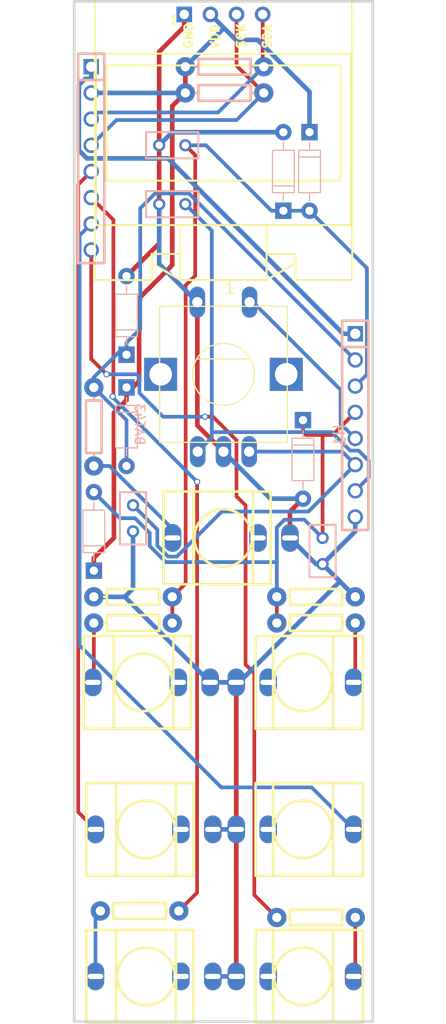
<source format=kicad_pcb>
(kicad_pcb (version 20171130) (host pcbnew "(5.1.5)-3") (page "A4") (layers (0 "F.Cu" signal) (31 "B.Cu" signal) (32 "B.Adhes" user) (33 "F.Adhes" user) (34 "B.Paste" user) (35 "F.Paste" user) (36 "B.SilkS" user) (37 "F.SilkS" user) (38 "B.Mask" user) (39 "F.Mask" user) (40 "Dwgs.User" user) (41 "Cmts.User" user) (42 "Eco1.User" user) (43 "Eco2.User" user) (44 "Edge.Cuts" user) (45 "Margin" user) (46 "B.CrtYd" user) (47 "F.CrtYd" user) (48 "B.Fab" user hide) (49 "F.Fab" user hide)) (net 0 "") (net 1 "5V") (net 2 "ARD_3") (net 3 "ENC_1") (net 4 "ENC_2") (net 5 "ENC_SW") (net 6 "GND") (net 7 "IN_1") (net 8 "IN_2") (net 9 "IN_3") (net 10 "J1_3") (net 11 "J5_3") (net 12 "J6_3") (net 13 "O1_CON") (net 14 "O2_CON") (net 15 "O3_CON") (net 16 "O4_CON") (net 17 "R14_2") (net 18 "R18_2") (net 19 "SCL") (net 20 "SDA") (segment (start 31.527 136.429) (end 29.845 134.747) (width 0.45) (layer "B.Cu") (net 6)) (segment (start 33.02 137.922) (end 31.527 136.429) (width 0.45) (layer "B.Cu") (net 6)) (segment (start 31.527 136.429) (end 21.738 146.219) (width 0.45) (layer "B.Cu") (net 6)) (segment (start 21.738 146.219) (end 21.46 146.219) (width 0.45) (layer "B.Cu") (net 6)) (segment (start 10.629 137.922) (end 7.62 137.922) (width 0.45) (layer "B.Cu") (net 6)) (segment (start 18.926 146.219) (end 10.629 137.922) (width 0.45) (layer "B.Cu") (net 6)) (segment (start 11.43 131.572) (end 11.43 137.121) (width 0.45) (layer "B.Cu") (net 6)) (segment (start 11.43 137.121) (end 10.629 137.922) (width 0.45) (layer "B.Cu") (net 6)) (segment (start 26.035 92.837) (end 15.24 92.837) (width 0.45) (layer "B.Cu") (net 6)) (segment (start 15.24 92.837) (end 13.97 94.107) (width 0.45) (layer "B.Cu") (net 6)) (segment (start 33.02 130.175) (end 33.02 131.572) (width 0.45) (layer "B.Cu") (net 6)) (segment (start 33.02 131.572) (end 29.845 134.747) (width 0.45) (layer "B.Cu") (net 6)) (segment (start 20.215 123.832) (end 24.78 128.397) (width 0.45) (layer "B.Cu") (net 6)) (segment (start 24.78 128.397) (end 27.94 128.397) (width 0.45) (layer "B.Cu") (net 6)) (segment (start 17.675 109.332) (end 13.97 105.627) (width 0.45) (layer "B.Cu") (net 6)) (segment (start 13.97 105.627) (end 13.97 99.822) (width 0.45) (layer "B.Cu") (net 6)) (segment (start 21.46 146.219) (end 21.46 146.219) (width 0.45) (layer "B.Cu") (net 6)) (segment (start 21.46 146.219) (end 18.926 146.219) (width 0.45) (layer "B.Cu") (net 6)) (segment (start 26.673 132.207) (end 29.213 134.747) (width 0.45) (layer "B.Cu") (net 6)) (segment (start 29.213 134.747) (end 29.845 134.747) (width 0.45) (layer "B.Cu") (net 6)) (segment (start 19.18 174.752) (end 21.46 174.752) (width 0.45) (layer "B.Cu") (net 6)) (segment (start 21.46 174.752) (end 21.46 174.752) (width 0.45) (layer "B.Cu") (net 6)) (segment (start 21.46 160.485) (end 19.18 160.485) (width 0.45) (layer "B.Cu") (net 6)) (segment (start 19.18 160.485) (end 19.18 160.486) (width 0.45) (layer "B.Cu") (net 6)) (segment (start 20.268 82.729) (end 18.945 81.407) (width 0.45) (layer "B.Cu") (net 2)) (segment (start 28.575 92.837) (end 28.575 88.916) (width 0.45) (layer "B.Cu") (net 2)) (segment (start 28.575 88.916) (end 23.533 83.874) (width 0.45) (layer "B.Cu") (net 2)) (segment (start 23.533 83.874) (end 21.412 83.874) (width 0.45) (layer "B.Cu") (net 2)) (segment (start 21.412 83.874) (end 20.268 82.729) (width 0.45) (layer "B.Cu") (net 2)) (segment (start 16.51 86.487) (end 20.268 82.729) (width 0.45) (layer "B.Cu") (net 2)) (segment (start 7.366 89.027) (end 16.51 89.027) (width 0.45) (layer "B.Cu") (net 2)) (segment (start 7.366 94.107) (end 9.817 91.656) (width 0.36) (layer "B.Cu") (net 19)) (segment (start 9.817 91.656) (end 21.501 91.656) (width 0.36) (layer "B.Cu") (net 19)) (segment (start 21.501 91.656) (end 24.13 89.027) (width 0.36) (layer "B.Cu") (net 19)) (segment (start 7.366 91.567) (end 8.011 90.922) (width 0.36) (layer "B.Cu") (net 20)) (segment (start 8.011 90.922) (end 19.695 90.922) (width 0.36) (layer "B.Cu") (net 20)) (segment (start 19.695 90.922) (end 24.13 86.487) (width 0.36) (layer "B.Cu") (net 20)) (segment (start 10.795 113.846) (end 10.39 113.846) (width 0.36) (layer "B.Cu") (net 7)) (segment (start 10.39 113.846) (end 7.62 116.615) (width 0.36) (layer "B.Cu") (net 7)) (segment (start 7.62 116.615) (end 7.62 117.602) (width 0.36) (layer "B.Cu") (net 7)) (segment (start 10.795 125.222) (end 10.795 120.777) (width 0.36) (layer "B.Cu") (net 7)) (segment (start 10.795 120.777) (end 7.62 117.602) (width 0.36) (layer "B.Cu") (net 7)) (segment (start 10.795 113.846) (end 10.795 113.265) (width 0.36) (layer "B.Cu") (net 7)) (segment (start 10.795 114.427) (end 10.795 113.846) (width 0.36) (layer "B.Cu") (net 7)) (segment (start 33.02 114.935) (end 16.868 98.783) (width 0.36) (layer "B.Cu") (net 7)) (segment (start 16.868 98.783) (end 13.57 98.783) (width 0.36) (layer "B.Cu") (net 7)) (segment (start 13.57 98.783) (end 12.127 100.226) (width 0.36) (layer "B.Cu") (net 7)) (segment (start 12.127 100.226) (end 12.127 111.933) (width 0.36) (layer "B.Cu") (net 7)) (segment (start 12.127 111.933) (end 10.795 113.265) (width 0.36) (layer "B.Cu") (net 7)) (segment (start 7.78 174.752) (end 7.78 168.877) (width 0.36) (layer "B.Cu") (net 12)) (segment (start 7.78 168.877) (end 8.255 168.402) (width 0.36) (layer "B.Cu") (net 12)) (segment (start 18.414 120.449) (end 14.353 120.449) (width 0.36) (layer "B.Cu") (net 16)) (segment (start 14.353 120.449) (end 12.051 118.147) (width 0.36) (layer "B.Cu") (net 16)) (segment (start 12.051 118.147) (end 12.051 116.555) (width 0.36) (layer "B.Cu") (net 16)) (segment (start 12.051 116.555) (end 11.824 116.327) (width 0.36) (layer "B.Cu") (net 16)) (segment (start 11.824 116.327) (end 8.852 116.327) (width 0.36) (layer "B.Cu") (net 16)) (segment (start 7.366 101.727) (end 6.238 102.855) (width 0.36) (layer "B.Cu") (net 15)) (segment (start 6.238 102.855) (end 6.238 142.646) (width 0.36) (layer "B.Cu") (net 15)) (segment (start 6.238 142.646) (end 20.002 156.41) (width 0.36) (layer "B.Cu") (net 15)) (segment (start 20.002 156.41) (end 28.784 156.41) (width 0.36) (layer "B.Cu") (net 15)) (segment (start 28.784 156.41) (end 32.86 160.485) (width 0.36) (layer "B.Cu") (net 15)) (segment (start 22.755 109.332) (end 23.089 109.332) (width 0.36) (layer "B.Cu") (net 5)) (segment (start 23.089 109.332) (end 31.593 117.835) (width 0.36) (layer "B.Cu") (net 5)) (segment (start 31.593 117.835) (end 31.593 121.128) (width 0.36) (layer "B.Cu") (net 5)) (segment (start 31.593 121.128) (end 33.02 122.555) (width 0.36) (layer "B.Cu") (net 5)) (segment (start 33.02 112.395) (end 31.844 112.395) (width 0.45) (layer "B.Cu") (net 1)) (segment (start 7.366 86.487) (end 7.366 87.663) (width 0.45) (layer "B.Cu") (net 1)) (segment (start 7.366 87.663) (end 6.778 87.663) (width 0.45) (layer "B.Cu") (net 1)) (segment (start 6.778 87.663) (end 6.166 88.275) (width 0.45) (layer "B.Cu") (net 1)) (segment (start 6.166 88.275) (end 6.166 94.606) (width 0.45) (layer "B.Cu") (net 1)) (segment (start 6.166 94.606) (end 6.937 95.377) (width 0.45) (layer "B.Cu") (net 1)) (segment (start 6.937 95.377) (end 14.826 95.377) (width 0.45) (layer "B.Cu") (net 1)) (segment (start 14.826 95.377) (end 31.844 112.395) (width 0.45) (layer "B.Cu") (net 1)) (segment (start 26.035 100.457) (end 24.873 100.457) (width 0.36) (layer "B.Cu") (net 8)) (segment (start 24.873 100.457) (end 18.523 94.107) (width 0.36) (layer "B.Cu") (net 8)) (segment (start 18.523 94.107) (end 16.51 94.107) (width 0.36) (layer "B.Cu") (net 8)) (segment (start 26.035 100.457) (end 28.575 100.457) (width 0.36) (layer "B.Cu") (net 8)) (segment (start 33.02 117.475) (end 34.151 116.344) (width 0.36) (layer "B.Cu") (net 8)) (segment (start 34.151 116.344) (end 34.151 106.033) (width 0.36) (layer "B.Cu") (net 8)) (segment (start 34.151 106.033) (end 28.575 100.457) (width 0.36) (layer "B.Cu") (net 8)) (segment (start 19.081 121.94) (end 30.732 121.94) (width 0.36) (layer "B.Cu") (net 4)) (segment (start 30.732 121.94) (end 32.524 123.731) (width 0.36) (layer "B.Cu") (net 4)) (segment (start 32.524 123.731) (end 33.343 123.731) (width 0.36) (layer "B.Cu") (net 4)) (segment (start 33.343 123.731) (end 34.327 124.715) (width 0.36) (layer "B.Cu") (net 4)) (segment (start 34.327 124.715) (end 34.327 126.328) (width 0.36) (layer "B.Cu") (net 4)) (segment (start 34.327 126.328) (end 33.02 127.635) (width 0.36) (layer "B.Cu") (net 4)) (segment (start 17.715 123.832) (end 19.081 122.466) (width 0.36) (layer "B.Cu") (net 4)) (segment (start 19.081 122.466) (end 19.081 121.94) (width 0.36) (layer "B.Cu") (net 4)) (segment (start 19.081 121.94) (end 19.081 102.393) (width 0.36) (layer "B.Cu") (net 4)) (segment (start 19.081 102.393) (end 16.51 99.822) (width 0.36) (layer "B.Cu") (net 4)) (segment (start 11.43 129.032) (end 13.786 131.388) (width 0.36) (layer "B.Cu") (net 3)) (segment (start 13.786 131.388) (end 13.786 132.957) (width 0.36) (layer "B.Cu") (net 3)) (segment (start 13.786 132.957) (end 14.84 134.01) (width 0.36) (layer "B.Cu") (net 3)) (segment (start 14.84 134.01) (end 15.689 134.01) (width 0.36) (layer "B.Cu") (net 3)) (segment (start 15.689 134.01) (end 20.052 129.647) (width 0.36) (layer "B.Cu") (net 3)) (segment (start 20.052 129.647) (end 28.468 129.647) (width 0.36) (layer "B.Cu") (net 3)) (segment (start 28.468 129.647) (end 33.02 125.095) (width 0.36) (layer "B.Cu") (net 3)) (segment (start 22.715 123.832) (end 31.757 123.832) (width 0.36) (layer "B.Cu") (net 3)) (segment (start 31.757 123.832) (end 33.02 125.095) (width 0.36) (layer "B.Cu") (net 3)) (segment (start 25.4 134.553) (end 25.4 131.178) (width 0.36) (layer "B.Cu") (net 9)) (segment (start 25.4 131.178) (end 26.14 130.437) (width 0.36) (layer "B.Cu") (net 9)) (segment (start 26.14 130.437) (end 28.075 130.437) (width 0.36) (layer "B.Cu") (net 9)) (segment (start 28.075 130.437) (end 29.845 132.207) (width 0.36) (layer "B.Cu") (net 9)) (segment (start 25.4 137.922) (end 25.4 134.553) (width 0.36) (layer "B.Cu") (net 9)) (segment (start 7.62 127.762) (end 10.151 130.293) (width 0.36) (layer "B.Cu") (net 9)) (segment (start 10.151 130.293) (end 11.618 130.293) (width 0.36) (layer "B.Cu") (net 9)) (segment (start 11.618 130.293) (end 13.052 131.726) (width 0.36) (layer "B.Cu") (net 9)) (segment (start 13.052 131.726) (end 13.052 132.99) (width 0.36) (layer "B.Cu") (net 9)) (segment (start 13.052 132.99) (end 14.615 134.553) (width 0.36) (layer "B.Cu") (net 9)) (segment (start 14.615 134.553) (end 25.4 134.553) (width 0.36) (layer "B.Cu") (net 9)) (segment (start 17.653 126.762) (end 9.443 118.552) (width 0.36) (layer "B.Cu") (net 14)) (segment (start 9.443 118.552) (end 9.443 118.479) (width 0.36) (layer "B.Cu") (net 14)) (segment (start 15.273 132.207) (end 15.273 131.344) (width 0.36) (layer "B.Cu") (net 18)) (segment (start 15.273 131.344) (end 9.151 125.222) (width 0.36) (layer "B.Cu") (net 18)) (segment (start 9.151 125.222) (end 7.62 125.222) (width 0.36) (layer "B.Cu") (net 18)) (gr_text "BAT43" (at 12.065 123.317 -90) (layer "B.SilkS") (effects (font (size 0.9 0.9) (thickness 0.152)) (justify left mirror))) (gr_line (start 5.715 80.137) (end 34.715 80.137) (width 0.254) (layer "Edge.Cuts")) (gr_line (start 34.715 80.137) (end 34.715 179.137) (width 0.254) (layer "Edge.Cuts")) (gr_line (start 34.715 179.137) (end 5.715 179.137) (width 0.254) (layer "Edge.Cuts")) (gr_line (start 5.715 179.137) (end 5.715 80.137) (width 0.254) (layer "Edge.Cuts")) (segment (start 17.675 109.332) (end 17.675 121.292) (width 0.45) (layer "F.Cu") (net 6)) (segment (start 17.675 121.292) (end 20.215 123.832) (width 0.45) (layer "F.Cu") (net 6)) (segment (start 16.405 81.407) (end 16.405 82.594) (width 0.45) (layer "F.Cu") (net 6)) (segment (start 13.97 94.107) (end 13.97 85.03) (width 0.45) (layer "F.Cu") (net 6)) (segment (start 13.97 85.03) (end 16.405 82.594) (width 0.45) (layer "F.Cu") (net 6)) (segment (start 13.97 99.822) (end 13.97 94.107) (width 0.45) (layer "F.Cu") (net 6)) (segment (start 27.94 128.397) (end 26.673 129.664) (width 0.45) (layer "F.Cu") (net 6)) (segment (start 26.673 129.664) (end 26.673 132.207) (width 0.45) (layer "F.Cu") (net 6)) (segment (start 10.795 106.807) (end 13.97 103.632) (width 0.45) (layer "F.Cu") (net 6)) (segment (start 13.97 103.632) (end 13.97 99.822) (width 0.45) (layer "F.Cu") (net 6)) (segment (start 21.46 160.485) (end 21.46 174.752) (width 0.45) (layer "F.Cu") (net 6)) (segment (start 21.46 146.219) (end 21.46 160.485) (width 0.45) (layer "F.Cu") (net 6)) (segment (start 16.51 89.027) (end 16.51 86.487) (width 0.45) (layer "F.Cu") (net 2)) (segment (start 10.795 118.215) (end 12.021 116.989) (width 0.45) (layer "F.Cu") (net 2)) (segment (start 12.021 116.989) (end 12.021 108.953) (width 0.45) (layer "F.Cu") (net 2)) (segment (start 12.021 108.953) (end 15.24 105.734) (width 0.45) (layer "F.Cu") (net 2)) (segment (start 15.24 105.734) (end 15.24 90.297) (width 0.45) (layer "F.Cu") (net 2)) (segment (start 15.24 90.297) (end 16.51 89.027) (width 0.45) (layer "F.Cu") (net 2)) (segment (start 10.795 118.215) (end 10.795 118.828) (width 0.45) (layer "F.Cu") (net 2)) (segment (start 10.795 117.602) (end 10.795 118.215) (width 0.45) (layer "F.Cu") (net 2)) (segment (start 7.62 135.382) (end 7.62 134.156) (width 0.45) (layer "F.Cu") (net 2)) (segment (start 10.795 118.828) (end 9.569 120.053) (width 0.45) (layer "F.Cu") (net 2)) (segment (start 9.569 120.053) (end 9.569 132.207) (width 0.45) (layer "F.Cu") (net 2)) (segment (start 9.569 132.207) (end 7.62 134.156) (width 0.45) (layer "F.Cu") (net 2)) (segment (start 24.13 89.027) (end 21.485 86.382) (width 0.36) (layer "F.Cu") (net 19)) (segment (start 21.485 86.382) (end 21.485 81.407) (width 0.36) (layer "F.Cu") (net 19)) (segment (start 24.13 86.487) (end 24.025 86.382) (width 0.36) (layer "F.Cu") (net 20)) (segment (start 24.025 86.382) (end 24.025 81.407) (width 0.36) (layer "F.Cu") (net 20)) (segment (start 8.852 116.327) (end 7.366 114.842) (width 0.36) (layer "F.Cu") (net 16)) (segment (start 7.366 114.842) (end 7.366 104.267) (width 0.36) (layer "F.Cu") (net 16)) (segment (start 25.4 169.037) (end 23.212 166.849) (width 0.36) (layer "F.Cu") (net 16)) (segment (start 23.212 166.849) (end 23.212 145.339) (width 0.36) (layer "F.Cu") (net 16)) (segment (start 23.212 145.339) (end 22.361 144.488) (width 0.36) (layer "F.Cu") (net 16)) (segment (start 22.361 144.488) (end 22.361 129.047) (width 0.36) (layer "F.Cu") (net 16)) (segment (start 22.361 129.047) (end 21.478 128.165) (width 0.36) (layer "F.Cu") (net 16)) (segment (start 21.478 128.165) (end 21.478 122.728) (width 0.36) (layer "F.Cu") (net 16)) (segment (start 21.478 122.728) (end 19.199 120.449) (width 0.36) (layer "F.Cu") (net 16)) (segment (start 19.199 120.449) (end 18.414 120.449) (width 0.36) (layer "F.Cu") (net 16)) (segment (start 15.24 137.922) (end 16.54 136.622) (width 0.36) (layer "F.Cu") (net 8)) (segment (start 16.54 136.622) (end 16.54 107.696) (width 0.36) (layer "F.Cu") (net 8)) (segment (start 16.54 107.696) (end 17.469 106.767) (width 0.36) (layer "F.Cu") (net 8)) (segment (start 17.469 106.767) (end 17.469 95.066) (width 0.36) (layer "F.Cu") (net 8)) (segment (start 17.469 95.066) (end 16.51 94.107) (width 0.36) (layer "F.Cu") (net 8)) (segment (start 15.24 140.462) (end 15.24 137.922) (width 0.36) (layer "F.Cu") (net 8)) (segment (start 29.845 122.211) (end 30.824 122.211) (width 0.36) (layer "F.Cu") (net 9)) (segment (start 30.824 122.211) (end 33.02 120.015) (width 0.36) (layer "F.Cu") (net 9)) (segment (start 27.94 121.939) (end 28.212 122.211) (width 0.36) (layer "F.Cu") (net 9)) (segment (start 28.212 122.211) (end 29.845 122.211) (width 0.36) (layer "F.Cu") (net 9)) (segment (start 29.845 132.207) (end 29.845 122.211) (width 0.36) (layer "F.Cu") (net 9)) (segment (start 27.94 120.777) (end 27.94 121.939) (width 0.36) (layer "F.Cu") (net 9)) (segment (start 25.4 137.922) (end 25.4 140.462) (width 0.36) (layer "F.Cu") (net 9)) (segment (start 7.526 146.219) (end 7.62 146.125) (width 0.36) (layer "F.Cu") (net 11)) (segment (start 7.62 146.125) (end 7.62 140.462) (width 0.36) (layer "F.Cu") (net 11)) (segment (start 32.86 146.219) (end 33.02 146.059) (width 0.36) (layer "F.Cu") (net 17)) (segment (start 33.02 146.059) (end 33.02 140.462) (width 0.36) (layer "F.Cu") (net 17)) (segment (start 32.86 174.752) (end 33.02 174.592) (width 0.36) (layer "F.Cu") (net 10)) (segment (start 33.02 174.592) (end 33.02 169.037) (width 0.36) (layer "F.Cu") (net 10)) (segment (start 7.366 99.187) (end 9.519 101.34) (width 0.36) (layer "F.Cu") (net 14)) (segment (start 9.519 101.34) (end 9.519 118.404) (width 0.36) (layer "F.Cu") (net 14)) (segment (start 9.519 118.404) (end 9.443 118.479) (width 0.36) (layer "F.Cu") (net 14)) (segment (start 15.875 168.402) (end 17.653 166.624) (width 0.36) (layer "F.Cu") (net 14)) (segment (start 17.653 166.624) (end 17.653 126.762) (width 0.36) (layer "F.Cu") (net 14)) (segment (start 7.78 160.486) (end 6.103 158.808) (width 0.36) (layer "F.Cu") (net 13)) (segment (start 6.103 158.808) (end 6.103 97.91) (width 0.36) (layer "F.Cu") (net 13)) (segment (start 6.103 97.91) (end 7.366 96.647) (width 0.36) (layer "F.Cu") (net 13)) (gr_line (start 16.024 101.854) (end 24.406 101.854) (width 0.203) (layer "F.SilkS")) (gr_line (start 24.406 101.854) (end 24.406 107.188) (width 0.203) (layer "F.SilkS")) (gr_line (start 24.406 107.188) (end 16.024 107.188) (width 0.203) (layer "F.SilkS")) (gr_line (start 16.024 107.188) (end 16.024 101.854) (width 0.203) (layer "F.SilkS")) (gr_line (start 8.849 86.36) (end 31.582 86.36) (width 0.203) (layer "F.SilkS")) (gr_line (start 31.582 86.36) (end 31.582 97.536) (width 0.203) (layer "F.SilkS")) (gr_line (start 31.582 97.536) (end 8.849 97.536) (width 0.203) (layer "F.SilkS")) (gr_line (start 8.849 97.536) (end 8.849 86.36) (width 0.203) (layer "F.SilkS")) (gr_line (start 7.833 85.217) (end 32.598 85.217) (width 0.203) (layer "F.SilkS")) (gr_line (start 32.598 85.217) (end 32.598 101.854) (width 0.203) (layer "F.SilkS")) (gr_line (start 32.598 101.854) (end 7.833 101.854) (width 0.203) (layer "F.SilkS")) (gr_line (start 7.833 101.854) (end 7.833 85.217) (width 0.203) (layer "F.SilkS")) (gr_line (start 24.406 104.648) (end 27.2 104.648) (width 0.203) (layer "F.SilkS")) (gr_line (start 27.2 104.648) (end 27.2 107.188) (width 0.203) (layer "F.SilkS")) (gr_line (start 27.2 107.188) (end 32.725 107.188) (width 0.203) (layer "F.SilkS")) (gr_line (start 32.725 107.188) (end 32.725 80.137) (width 0.203) (layer "F.SilkS")) (gr_line (start 32.725 80.137) (end 7.706 80.137) (width 0.203) (layer "F.SilkS")) (gr_line (start 7.706 80.137) (end 7.706 107.188) (width 0.203) (layer "F.SilkS")) (gr_line (start 7.706 107.188) (end 13.23 107.188) (width 0.203) (layer "F.SilkS")) (gr_line (start 13.23 107.188) (end 13.23 104.648) (width 0.203) (layer "F.SilkS")) (gr_line (start 13.23 104.648) (end 16.024 104.648) (width 0.203) (layer "F.SilkS")) (gr_line (start 24.406 107.188) (end 27.2 105.542) (width 0.203) (layer "F.SilkS")) (gr_line (start 16.024 107.188) (end 13.23 105.537) (width 0.203) (layer "F.SilkS")) (gr_text "1" (at 14.945 81.915 0) (layer "F.SilkS") (effects (font (size 0.813 0.813) (thickness 0.203)) (justify left))) (gr_text "GND" (at 16.85 84.836 90) (layer "F.SilkS") (effects (font (size 0.813 0.813) (thickness 0.203)) (justify left))) (gr_text "VDD" (at 19.39 84.836 90) (layer "F.SilkS") (effects (font (size 0.813 0.813) (thickness 0.203)) (justify left))) (gr_text "SCK" (at 21.93 84.836 90) (layer "F.SilkS") (effects (font (size 0.813 0.813) (thickness 0.203)) (justify left))) (gr_text "SDA" (at 24.47 84.836 90) (layer "F.SilkS") (effects (font (size 0.813 0.813) (thickness 0.203)) (justify left))) (module "easyeda:R_AXIAL-0.3" (layer "F.Cu") (at 20.32 86.487 180) (fp_text value "3k3" (at -1.247 -0.45 0) (layer "B.Fab") (effects (font (size 0.9 0.9) (thickness 0.152)) (justify left mirror))) (fp_text reference "R16" (at 0 -1.27 180) (layer "B.SilkS") hide (effects (font (size 1.143 1.143) (thickness 0.152)) (justify left mirror))) (fp_line (start 2.54 0) (end 2.794 0) (width 0.254) (layer "B.SilkS")) (fp_line (start -2.54 0) (end -2.794 0) (width 0.254) (layer "B.SilkS")) (fp_line (start 2.54 0) (end 2.54 -0.762) (width 0.254) (layer "B.SilkS")) (fp_line (start 2.54 0.762) (end 2.54 0) (width 0.254) (layer "B.SilkS")) (fp_line (start -2.54 0.762) (end 2.54 0.762) (width 0.254) (layer "B.SilkS")) (fp_line (start -2.54 0) (end -2.54 0.762) (width 0.254) (layer "B.SilkS")) (fp_line (start -2.54 -0.762) (end -2.54 0) (width 0.254) (layer "B.SilkS")) (fp_line (start 2.54 -0.762) (end -2.54 -0.762) (width 0.254) (layer "B.SilkS")) (pad 1 thru_hole circle (at 3.81 0 180) (size 1.88 1.88) (layers "*.Cu" "*.Paste" "*.Mask") (drill 0.899) (net 2 "ARD_3")) (pad 2 thru_hole circle (at -3.81 0 180) (size 1.88 1.88) (layers "*.Cu" "*.Paste" "*.Mask") (drill 0.899) (net 20 "SDA")) (fp_text user ggece5162f999a657b4 (at 0 0) (layer "Cmts.User") (effects (font (size 1 1) (thickness 0.15))))) (module "easyeda:R_AXIAL-0.3" (layer "F.Cu") (at 20.32 89.027 180) (fp_text value "3k3" (at -1.247 -0.45 0) (layer "B.Fab") (effects (font (size 0.9 0.9) (thickness 0.152)) (justify left mirror))) (fp_text reference "R17" (at 0 -1.27 180) (layer "B.SilkS") hide (effects (font (size 1.143 1.143) (thickness 0.152)) (justify left mirror))) (fp_line (start 2.54 0) (end 2.794 0) (width 0.254) (layer "B.SilkS")) (fp_line (start -2.54 0) (end -2.794 0) (width 0.254) (layer "B.SilkS")) (fp_line (start 2.54 0) (end 2.54 -0.762) (width 0.254) (layer "B.SilkS")) (fp_line (start 2.54 0.762) (end 2.54 0) (width 0.254) (layer "B.SilkS")) (fp_line (start -2.54 0.762) (end 2.54 0.762) (width 0.254) (layer "B.SilkS")) (fp_line (start -2.54 0) (end -2.54 0.762) (width 0.254) (layer "B.SilkS")) (fp_line (start -2.54 -0.762) (end -2.54 0) (width 0.254) (layer "B.SilkS")) (fp_line (start 2.54 -0.762) (end -2.54 -0.762) (width 0.254) (layer "B.SilkS")) (pad 1 thru_hole circle (at 3.81 0 180) (size 1.88 1.88) (layers "*.Cu" "*.Paste" "*.Mask") (drill 0.899) (net 2 "ARD_3")) (pad 2 thru_hole circle (at -3.81 0 180) (size 1.88 1.88) (layers "*.Cu" "*.Paste" "*.Mask") (drill 0.899) (net 19 "SCL")) (fp_text user gge364ba527d55f37fe (at 0 0) (layer "Cmts.User") (effects (font (size 1 1) (thickness 0.15))))) (module "easyeda:R_AXIAL-0.3" (layer "F.Cu") (at 7.62 121.412 90) (fp_text value "33k" (at -0.635 -0.635 -90) (layer "B.Fab") (effects (font (size 0.9 0.9) (thickness 0.152)) (justify left mirror))) (fp_text reference "R18" (at 0 -1.27 90) (layer "B.SilkS") hide (effects (font (size 1.143 1.143) (thickness 0.152)) (justify left mirror))) (fp_line (start 2.54 0) (end 2.794 0) (width 0.254) (layer "B.SilkS")) (fp_line (start -2.54 0) (end -2.794 0) (width 0.254) (layer "B.SilkS")) (fp_line (start 2.54 0) (end 2.54 -0.762) (width 0.254) (layer "B.SilkS")) (fp_line (start 2.54 0.762) (end 2.54 0) (width 0.254) (layer "B.SilkS")) (fp_line (start -2.54 0.762) (end 2.54 0.762) (width 0.254) (layer "B.SilkS")) (fp_line (start -2.54 0) (end -2.54 0.762) (width 0.254) (layer "B.SilkS")) (fp_line (start -2.54 -0.762) (end -2.54 0) (width 0.254) (layer "B.SilkS")) (fp_line (start 2.54 -0.762) (end -2.54 -0.762) (width 0.254) (layer "B.SilkS")) (pad 1 thru_hole circle (at 3.81 0 90) (size 1.88 1.88) (layers "*.Cu" "*.Paste" "*.Mask") (drill 0.899) (net 7 "IN_1")) (pad 2 thru_hole circle (at -3.81 0 90) (size 1.88 1.88) (layers "*.Cu" "*.Paste" "*.Mask") (drill 0.899) (net 18 "R18_2")) (fp_text user gge443f46f37d7d39a2 (at 0 0) (layer "Cmts.User") (effects (font (size 1 1) (thickness 0.15))))) (module "easyeda:RAD-0.1" (layer "F.Cu") (at 29.845 133.477 -90) (fp_text value "10n" (at 0.635 1.905 90) (layer "B.Fab") (effects (font (size 1.143 1.143) (thickness 0.152)) (justify left mirror))) (fp_text reference "C7" (at 0.229 -1.854 -90) (layer "B.SilkS") hide (effects (font (size 1.143 1.143) (thickness 0.152)) (justify left mirror))) (fp_line (start -2.537 -1.267) (end 2.543 -1.267) (width 0.201) (layer "B.SilkS")) (fp_line (start 2.543 -1.267) (end 2.543 1.273) (width 0.201) (layer "B.SilkS")) (fp_line (start 2.543 1.273) (end -2.537 1.273) (width 0.201) (layer "B.SilkS")) (fp_line (start -2.537 1.273) (end -2.537 -1.267) (width 0.201) (layer "B.SilkS")) (pad 1 thru_hole circle (at 1.27 0 -90) (size 1.194 1.194) (layers "*.Cu" "*.Paste" "*.Mask") (drill 0.711) (net 6 "GND")) (pad 2 thru_hole circle (at -1.27 0 -90) (size 1.194 1.194) (layers "*.Cu" "*.Paste" "*.Mask") (drill 0.711) (net 9 "IN_3")) (fp_text user gge6050704cfccdbe98 (at 0 0) (layer "Cmts.User") (effects (font (size 1 1) (thickness 0.15))))) (module "easyeda:RAD-0.1" (layer "F.Cu") (at 11.43 130.302 -90) (fp_text value "10n" (at -1.27 1.27 90) (layer "B.Fab") (effects (font (size 1.143 1.143) (thickness 0.152)) (justify left mirror))) (fp_text reference "C8" (at 0.229 -1.854 -90) (layer "B.SilkS") hide (effects (font (size 1.143 1.143) (thickness 0.152)) (justify left mirror))) (fp_line (start -2.537 -1.267) (end 2.543 -1.267) (width 0.201) (layer "B.SilkS")) (fp_line (start 2.543 -1.267) (end 2.543 1.273) (width 0.201) (layer "B.SilkS")) (fp_line (start 2.543 1.273) (end -2.537 1.273) (width 0.201) (layer "B.SilkS")) (fp_line (start -2.537 1.273) (end -2.537 -1.267) (width 0.201) (layer "B.SilkS")) (pad 1 thru_hole circle (at 1.27 0 -90) (size 1.194 1.194) (layers "*.Cu" "*.Paste" "*.Mask") (drill 0.711) (net 6 "GND")) (pad 2 thru_hole circle (at -1.27 0 -90) (size 1.194 1.194) (layers "*.Cu" "*.Paste" "*.Mask") (drill 0.711) (net 3 "ENC_1")) (fp_text user ggeb354609a49cadb36 (at 0 0) (layer "Cmts.User") (effects (font (size 1 1) (thickness 0.15))))) (module "easyeda:RAD-0.1" (layer "F.Cu") (at 15.24 99.822) (fp_text value "10n" (at 1.016 -1.905 0) (layer "B.Fab") (effects (font (size 1.143 1.143) (thickness 0.152)) (justify left mirror))) (fp_text reference "C9" (at 0.229 -1.854 0) (layer "B.SilkS") hide (effects (font (size 1.143 1.143) (thickness 0.152)) (justify left mirror))) (fp_line (start -2.537 -1.267) (end 2.543 -1.267) (width 0.201) (layer "B.SilkS")) (fp_line (start 2.543 -1.267) (end 2.543 1.273) (width 0.201) (layer "B.SilkS")) (fp_line (start 2.543 1.273) (end -2.537 1.273) (width 0.201) (layer "B.SilkS")) (fp_line (start -2.537 1.273) (end -2.537 -1.267) (width 0.201) (layer "B.SilkS")) (pad 1 thru_hole circle (at 1.27 0 0) (size 1.194 1.194) (layers "*.Cu" "*.Paste" "*.Mask") (drill 0.711) (net 4 "ENC_2")) (pad 2 thru_hole circle (at -1.27 0 0) (size 1.194 1.194) (layers "*.Cu" "*.Paste" "*.Mask") (drill 0.711) (net 6 "GND")) (fp_text user gge2becfcbee44ca7d0 (at 0 0) (layer "Cmts.User") (effects (font (size 1 1) (thickness 0.15))))) (module "easyeda:RAD-0.1" (layer "F.Cu") (at 15.24 94.107 180) (fp_text value "10n" (at -1.27 1.905 0) (layer "B.Fab") (effects (font (size 1.143 1.143) (thickness 0.152)) (justify left mirror))) (fp_text reference "C10" (at 0.229 -1.854 180) (layer "B.SilkS") hide (effects (font (size 1.143 1.143) (thickness 0.152)) (justify left mirror))) (fp_line (start -2.537 -1.267) (end 2.543 -1.267) (width 0.201) (layer "B.SilkS")) (fp_line (start 2.543 -1.267) (end 2.543 1.273) (width 0.201) (layer "B.SilkS")) (fp_line (start 2.543 1.273) (end -2.537 1.273) (width 0.201) (layer "B.SilkS")) (fp_line (start -2.537 1.273) (end -2.537 -1.267) (width 0.201) (layer "B.SilkS")) (pad 1 thru_hole circle (at 1.27 0 180) (size 1.194 1.194) (layers "*.Cu" "*.Paste" "*.Mask") (drill 0.711) (net 6 "GND")) (pad 2 thru_hole circle (at -1.27 0 180) (size 1.194 1.194) (layers "*.Cu" "*.Paste" "*.Mask") (drill 0.711) (net 8 "IN_2")) (fp_text user gge769d904557b45dac (at 0 0) (layer "Cmts.User") (effects (font (size 1 1) (thickness 0.15))))) (module "easyeda:D_DO-35_SOD27_P7.62MM_HORIZONTAL" (layer "F.Cu") (at 7.62 131.572 -90) (fp_text value "BAT43" (at -1.905 1.27 90) (layer "B.Fab") (effects (font (size 0.8 0.8) (thickness 0.152)) (justify left mirror))) (fp_text reference "D1" (at 0 -1.778 -90) (layer "B.SilkS") hide (effects (font (size 1.143 1.143) (thickness 0.152)) (justify left mirror))) (fp_line (start 4.859 -1.349) (end 4.859 1.351) (width 0.05) (layer "Dwgs.User")) (fp_line (start 4.859 1.351) (end -4.89 1.351) (width 0.05) (layer "Dwgs.User")) (fp_line (start -4.89 1.351) (end -4.89 -1.349) (width 0.05) (layer "Dwgs.User")) (fp_line (start -4.89 -1.349) (end 4.859 -1.349) (width 0.05) (layer "Dwgs.User")) (fp_line (start 2.06 -1.059) (end 2.06 1.059) (width 0.12) (layer "B.SilkS")) (fp_line (start 2.06 1.059) (end -2.06 1.059) (width 0.12) (layer "B.SilkS")) (fp_line (start -2.06 1.059) (end -2.06 -1.059) (width 0.12) (layer "B.SilkS")) (fp_line (start -2.06 -1.059) (end 2.06 -1.059) (width 0.12) (layer "B.SilkS")) (fp_line (start 2.83 0) (end 2.06 0) (width 0.12) (layer "B.SilkS")) (fp_line (start -2.83 0) (end -2.06 0) (width 0.12) (layer "B.SilkS")) (fp_line (start 1.4 -1.059) (end 1.4 1.059) (width 0.12) (layer "B.SilkS")) (fp_line (start 1.999 -1.001) (end 1.999 1.001) (width 0.1) (layer "Cmts.User")) (fp_line (start 1.999 1.001) (end -1.999 1.001) (width 0.1) (layer "Cmts.User")) (fp_line (start -1.999 1.001) (end -1.999 -1.001) (width 0.1) (layer "Cmts.User")) (fp_line (start -1.999 -1.001) (end 1.999 -1.001) (width 0.1) (layer "Cmts.User")) (fp_line (start 3.81 0) (end 1.999 0) (width 0.1) (layer "Cmts.User")) (fp_line (start -3.81 0) (end -1.999 0) (width 0.1) (layer "Cmts.User")) (fp_line (start 1.4 -1.001) (end 1.4 1.001) (width 0.1) (layer "Cmts.User")) (pad 1 thru_hole rect (at 3.81 0 -90) (size 1.6 1.6) (layers "*.Cu" "*.Paste" "*.Mask") (drill oval 0.8 0.805) (net 2 "ARD_3")) (pad 2 thru_hole circle (at -3.81 0 -90) (size 1.6 1.6) (layers "*.Cu" "*.Paste" "*.Mask") (drill oval 0.8 0.805) (net 9 "IN_3")) (fp_text user ggead5750a8fbd07540 (at 0 0) (layer "Cmts.User") (effects (font (size 1 1) (thickness 0.15))))) (module "easyeda:D_DO-35_SOD27_P7.62MM_HORIZONTAL" (layer "F.Cu") (at 27.94 124.587 90) (fp_text value "BAT43" (at -3.178 -0.45 -90) (layer "B.Fab") hide (effects (font (size 0.9 0.9) (thickness 0.152)) (justify left mirror))) (fp_text reference "D2" (at 0 -1.778 90) (layer "B.SilkS") hide (effects (font (size 1.143 1.143) (thickness 0.152)) (justify left mirror))) (fp_line (start 4.859 -1.349) (end 4.859 1.351) (width 0.05) (layer "Dwgs.User")) (fp_line (start 4.859 1.351) (end -4.889 1.351) (width 0.05) (layer "Dwgs.User")) (fp_line (start -4.889 1.351) (end -4.889 -1.349) (width 0.05) (layer "Dwgs.User")) (fp_line (start -4.889 -1.349) (end 4.859 -1.349) (width 0.05) (layer "Dwgs.User")) (fp_line (start 2.06 -1.059) (end 2.06 1.059) (width 0.12) (layer "B.SilkS")) (fp_line (start 2.06 1.059) (end -2.06 1.059) (width 0.12) (layer "B.SilkS")) (fp_line (start -2.06 1.059) (end -2.06 -1.059) (width 0.12) (layer "B.SilkS")) (fp_line (start -2.06 -1.059) (end 2.06 -1.059) (width 0.12) (layer "B.SilkS")) (fp_line (start 2.83 0) (end 2.06 0) (width 0.12) (layer "B.SilkS")) (fp_line (start -2.83 0) (end -2.06 0) (width 0.12) (layer "B.SilkS")) (fp_line (start 1.4 -1.059) (end 1.4 1.059) (width 0.12) (layer "B.SilkS")) (fp_line (start 1.999 -1.001) (end 1.999 1.001) (width 0.1) (layer "Cmts.User")) (fp_line (start 1.999 1.001) (end -1.999 1.001) (width 0.1) (layer "Cmts.User")) (fp_line (start -1.999 1.001) (end -1.999 -1.001) (width 0.1) (layer "Cmts.User")) (fp_line (start -1.999 -1.001) (end 1.999 -1.001) (width 0.1) (layer "Cmts.User")) (fp_line (start 3.81 0) (end 1.999 0) (width 0.1) (layer "Cmts.User")) (fp_line (start -3.81 0) (end -1.999 0) (width 0.1) (layer "Cmts.User")) (fp_line (start 1.4 -1.001) (end 1.4 1.001) (width 0.1) (layer "Cmts.User")) (pad 1 thru_hole rect (at 3.81 0 90) (size 1.6 1.6) (layers "*.Cu" "*.Paste" "*.Mask") (drill oval 0.8 0.805) (net 9 "IN_3")) (pad 2 thru_hole circle (at -3.81 0 90) (size 1.6 1.6) (layers "*.Cu" "*.Paste" "*.Mask") (drill oval 0.8 0.805) (net 6 "GND")) (fp_text user ggedd17ed1af101cb63 (at 0 0) (layer "Cmts.User") (effects (font (size 1 1) (thickness 0.15))))) (module "easyeda:D_DO-35_SOD27_P7.62MM_HORIZONTAL" (layer "F.Cu") (at 10.795 121.412 90) (fp_text value "BAT43" (at -2.67 -0.577 -90) (layer "B.Fab") hide (effects (font (size 0.9 0.9) (thickness 0.152)) (justify left mirror))) (fp_text reference "D3" (at 0 -1.778 90) (layer "B.SilkS") hide (effects (font (size 1.143 1.143) (thickness 0.152)) (justify left mirror))) (fp_line (start 4.859 -1.349) (end 4.859 1.351) (width 0.05) (layer "Dwgs.User")) (fp_line (start 4.859 1.351) (end -4.889 1.351) (width 0.05) (layer "Dwgs.User")) (fp_line (start -4.889 1.351) (end -4.889 -1.349) (width 0.05) (layer "Dwgs.User")) (fp_line (start -4.889 -1.349) (end 4.859 -1.349) (width 0.05) (layer "Dwgs.User")) (fp_line (start 2.06 -1.059) (end 2.06 1.059) (width 0.12) (layer "B.SilkS")) (fp_line (start 2.06 1.059) (end -2.06 1.059) (width 0.12) (layer "B.SilkS")) (fp_line (start -2.06 1.059) (end -2.06 -1.059) (width 0.12) (layer "B.SilkS")) (fp_line (start -2.06 -1.059) (end 2.06 -1.059) (width 0.12) (layer "B.SilkS")) (fp_line (start 2.83 0) (end 2.06 0) (width 0.12) (layer "B.SilkS")) (fp_line (start -2.83 0) (end -2.06 0) (width 0.12) (layer "B.SilkS")) (fp_line (start 1.4 -1.059) (end 1.4 1.059) (width 0.12) (layer "B.SilkS")) (fp_line (start 1.999 -1.001) (end 1.999 1.001) (width 0.1) (layer "Cmts.User")) (fp_line (start 1.999 1.001) (end -1.999 1.001) (width 0.1) (layer "Cmts.User")) (fp_line (start -1.999 1.001) (end -1.999 -1.001) (width 0.1) (layer "Cmts.User")) (fp_line (start -1.999 -1.001) (end 1.999 -1.001) (width 0.1) (layer "Cmts.User")) (fp_line (start 3.81 0) (end 1.999 0) (width 0.1) (layer "Cmts.User")) (fp_line (start -3.81 0) (end -1.999 0) (width 0.1) (layer "Cmts.User")) (fp_line (start 1.4 -1.001) (end 1.4 1.001) (width 0.1) (layer "Cmts.User")) (pad 1 thru_hole rect (at 3.81 0 90) (size 1.6 1.6) (layers "*.Cu" "*.Paste" "*.Mask") (drill oval 0.8 0.805) (net 2 "ARD_3")) (pad 2 thru_hole circle (at -3.81 0 90) (size 1.6 1.6) (layers "*.Cu" "*.Paste" "*.Mask") (drill oval 0.8 0.805) (net 7 "IN_1")) (fp_text user gge3ed538090178f087 (at 0 0) (layer "Cmts.User") (effects (font (size 1 1) (thickness 0.15))))) (module "easyeda:D_DO-35_SOD27_P7.62MM_HORIZONTAL" (layer "F.Cu") (at 28.575 96.647 90) (fp_text value "BAT43" (at -3.178 -0.577 -90) (layer "B.Fab") hide (effects (font (size 0.9 0.9) (thickness 0.152)) (justify left mirror))) (fp_text reference "D4" (at 0 -1.778 90) (layer "B.SilkS") hide (effects (font (size 1.143 1.143) (thickness 0.152)) (justify left mirror))) (fp_line (start 4.859 -1.349) (end 4.859 1.351) (width 0.05) (layer "Dwgs.User")) (fp_line (start 4.859 1.351) (end -4.889 1.351) (width 0.05) (layer "Dwgs.User")) (fp_line (start -4.889 1.351) (end -4.889 -1.349) (width 0.05) (layer "Dwgs.User")) (fp_line (start -4.889 -1.349) (end 4.859 -1.349) (width 0.05) (layer "Dwgs.User")) (fp_line (start 2.06 -1.059) (end 2.06 1.059) (width 0.12) (layer "B.SilkS")) (fp_line (start 2.06 1.059) (end -2.06 1.059) (width 0.12) (layer "B.SilkS")) (fp_line (start -2.06 1.059) (end -2.06 -1.059) (width 0.12) (layer "B.SilkS")) (fp_line (start -2.06 -1.059) (end 2.06 -1.059) (width 0.12) (layer "B.SilkS")) (fp_line (start 2.83 0) (end 2.06 0) (width 0.12) (layer "B.SilkS")) (fp_line (start -2.83 0) (end -2.06 0) (width 0.12) (layer "B.SilkS")) (fp_line (start 1.4 -1.059) (end 1.4 1.059) (width 0.12) (layer "B.SilkS")) (fp_line (start 1.999 -1.001) (end 1.999 1.001) (width 0.1) (layer "Cmts.User")) (fp_line (start 1.999 1.001) (end -1.999 1.001) (width 0.1) (layer "Cmts.User")) (fp_line (start -1.999 1.001) (end -1.999 -1.001) (width 0.1) (layer "Cmts.User")) (fp_line (start -1.999 -1.001) (end 1.999 -1.001) (width 0.1) (layer "Cmts.User")) (fp_line (start 3.81 0) (end 1.999 0) (width 0.1) (layer "Cmts.User")) (fp_line (start -3.81 0) (end -1.999 0) (width 0.1) (layer "Cmts.User")) (fp_line (start 1.4 -1.001) (end 1.4 1.001) (width 0.1) (layer "Cmts.User")) (pad 1 thru_hole rect (at 3.81 0 90) (size 1.6 1.6) (layers "*.Cu" "*.Paste" "*.Mask") (drill oval 0.8 0.805) (net 2 "ARD_3")) (pad 2 thru_hole circle (at -3.81 0 90) (size 1.6 1.6) (layers "*.Cu" "*.Paste" "*.Mask") (drill oval 0.8 0.805) (net 8 "IN_2")) (fp_text user gge0d50a87305336264 (at 0 0) (layer "Cmts.User") (effects (font (size 1 1) (thickness 0.15))))) (module "easyeda:D_DO-35_SOD27_P7.62MM_HORIZONTAL" (layer "F.Cu") (at 10.795 110.617 -90) (fp_text value "BAT43" (at 1.905 2.54 -90) (layer "B.Fab") (effects (font (size 0.9 0.9) (thickness 0.152)) (justify left mirror))) (fp_text reference "D5" (at 0 -1.778 -90) (layer "B.SilkS") hide (effects (font (size 1.143 1.143) (thickness 0.152)) (justify left mirror))) (fp_line (start 4.859 -1.349) (end 4.859 1.351) (width 0.05) (layer "Dwgs.User")) (fp_line (start 4.859 1.351) (end -4.889 1.351) (width 0.05) (layer "Dwgs.User")) (fp_line (start -4.889 1.351) (end -4.889 -1.349) (width 0.05) (layer "Dwgs.User")) (fp_line (start -4.889 -1.349) (end 4.859 -1.349) (width 0.05) (layer "Dwgs.User")) (fp_line (start 2.06 -1.059) (end 2.06 1.059) (width 0.12) (layer "B.SilkS")) (fp_line (start 2.06 1.059) (end -2.06 1.059) (width 0.12) (layer "B.SilkS")) (fp_line (start -2.06 1.059) (end -2.06 -1.059) (width 0.12) (layer "B.SilkS")) (fp_line (start -2.06 -1.059) (end 2.06 -1.059) (width 0.12) (layer "B.SilkS")) (fp_line (start 2.83 0) (end 2.06 0) (width 0.12) (layer "B.SilkS")) (fp_line (start -2.83 0) (end -2.06 0) (width 0.12) (layer "B.SilkS")) (fp_line (start 1.4 -1.059) (end 1.4 1.059) (width 0.12) (layer "B.SilkS")) (fp_line (start 1.999 -1.001) (end 1.999 1.001) (width 0.1) (layer "Cmts.User")) (fp_line (start 1.999 1.001) (end -1.999 1.001) (width 0.1) (layer "Cmts.User")) (fp_line (start -1.999 1.001) (end -1.999 -1.001) (width 0.1) (layer "Cmts.User")) (fp_line (start -1.999 -1.001) (end 1.999 -1.001) (width 0.1) (layer "Cmts.User")) (fp_line (start 3.81 0) (end 1.999 0) (width 0.1) (layer "Cmts.User")) (fp_line (start -3.81 0) (end -1.999 0) (width 0.1) (layer "Cmts.User")) (fp_line (start 1.4 -1.001) (end 1.4 1.001) (width 0.1) (layer "Cmts.User")) (pad 1 thru_hole rect (at 3.81 0 -90) (size 1.6 1.6) (layers "*.Cu" "*.Paste" "*.Mask") (drill oval 0.8 0.805) (net 7 "IN_1")) (pad 2 thru_hole circle (at -3.81 0 -90) (size 1.6 1.6) (layers "*.Cu" "*.Paste" "*.Mask") (drill oval 0.8 0.805) (net 6 "GND")) (fp_text user gge795817e0c69679ab (at 0 0) (layer "Cmts.User") (effects (font (size 1 1) (thickness 0.15))))) (module "easyeda:D_DO-35_SOD27_P7.62MM_HORIZONTAL" (layer "F.Cu") (at 26.035 96.647 -90) (fp_text value "BAT43" (at 1.905 2.54 -90) (layer "B.Fab") (effects (font (size 0.9 0.9) (thickness 0.152)) (justify left mirror))) (fp_text reference "D6" (at 0 -1.778 -90) (layer "B.SilkS") hide (effects (font (size 1.143 1.143) (thickness 0.152)) (justify left mirror))) (fp_line (start 4.859 -1.349) (end 4.859 1.351) (width 0.05) (layer "Dwgs.User")) (fp_line (start 4.859 1.351) (end -4.889 1.351) (width 0.05) (layer "Dwgs.User")) (fp_line (start -4.889 1.351) (end -4.889 -1.349) (width 0.05) (layer "Dwgs.User")) (fp_line (start -4.889 -1.349) (end 4.859 -1.349) (width 0.05) (layer "Dwgs.User")) (fp_line (start 2.06 -1.059) (end 2.06 1.059) (width 0.12) (layer "B.SilkS")) (fp_line (start 2.06 1.059) (end -2.06 1.059) (width 0.12) (layer "B.SilkS")) (fp_line (start -2.06 1.059) (end -2.06 -1.059) (width 0.12) (layer "B.SilkS")) (fp_line (start -2.06 -1.059) (end 2.06 -1.059) (width 0.12) (layer "B.SilkS")) (fp_line (start 2.83 0) (end 2.06 0) (width 0.12) (layer "B.SilkS")) (fp_line (start -2.83 0) (end -2.06 0) (width 0.12) (layer "B.SilkS")) (fp_line (start 1.4 -1.059) (end 1.4 1.059) (width 0.12) (layer "B.SilkS")) (fp_line (start 1.999 -1.001) (end 1.999 1.001) (width 0.1) (layer "Cmts.User")) (fp_line (start 1.999 1.001) (end -1.999 1.001) (width 0.1) (layer "Cmts.User")) (fp_line (start -1.999 1.001) (end -1.999 -1.001) (width 0.1) (layer "Cmts.User")) (fp_line (start -1.999 -1.001) (end 1.999 -1.001) (width 0.1) (layer "Cmts.User")) (fp_line (start 3.81 0) (end 1.999 0) (width 0.1) (layer "Cmts.User")) (fp_line (start -3.81 0) (end -1.999 0) (width 0.1) (layer "Cmts.User")) (fp_line (start 1.4 -1.001) (end 1.4 1.001) (width 0.1) (layer "Cmts.User")) (pad 1 thru_hole rect (at 3.81 0 -90) (size 1.6 1.6) (layers "*.Cu" "*.Paste" "*.Mask") (drill oval 0.8 0.805) (net 8 "IN_2")) (pad 2 thru_hole circle (at -3.81 0 -90) (size 1.6 1.6) (layers "*.Cu" "*.Paste" "*.Mask") (drill oval 0.8 0.805) (net 6 "GND")) (fp_text user ggecfb5c28b23cb2df9 (at 0 0) (layer "Cmts.User") (effects (font (size 1 1) (thickness 0.15))))) (module "easyeda:HDR-TH_8P-P2.54-V-M" (layer "F.Cu") (at 33.02 121.285 90) (fp_text value "Header-Male-2.54_1x8" (at -18.679 -4.153 -90) (layer "B.Fab") hide (effects (font (size 1.143 1.143) (thickness 0.152)) (justify left mirror))) (fp_text reference "H1" (at 0.254 -1.524 90) (layer "B.SilkS") (effects (font (size 1.143 1.143) (thickness 0.152)) (justify left mirror))) (fp_line (start -10.16 -1.27) (end -10.16 1.27) (width 0.254) (layer "B.SilkS")) (fp_line (start -10.16 1.27) (end 10.16 1.27) (width 0.254) (layer "B.SilkS")) (fp_line (start 10.16 1.27) (end 10.16 -1.27) (width 0.254) (layer "B.SilkS")) (fp_line (start 10.16 -1.27) (end -10.16 -1.27) (width 0.254) (layer "B.SilkS")) (fp_line (start 7.596 -1.27) (end 7.596 1.27) (width 0.254) (layer "B.SilkS")) (pad 1 thru_hole rect (at 8.89 0 90) (size 1.5 1.5) (layers "*.Cu" "*.Paste" "*.Mask") (drill 1) (net 1 "5V")) (pad 2 thru_hole circle (at 6.35 0 90) (size 1.5 1.5) (layers "*.Cu" "*.Paste" "*.Mask") (drill 1) (net 7 "IN_1")) (pad 3 thru_hole circle (at 3.81 0 90) (size 1.5 1.5) (layers "*.Cu" "*.Paste" "*.Mask") (drill 1) (net 8 "IN_2")) (pad 4 thru_hole circle (at 1.27 0 90) (size 1.5 1.5) (layers "*.Cu" "*.Paste" "*.Mask") (drill 1) (net 9 "IN_3")) (pad 5 thru_hole circle (at -1.27 0 90) (size 1.5 1.5) (layers "*.Cu" "*.Paste" "*.Mask") (drill 1) (net 5 "ENC_SW")) (pad 6 thru_hole circle (at -3.81 0 90) (size 1.5 1.5) (layers "*.Cu" "*.Paste" "*.Mask") (drill 1) (net 3 "ENC_1")) (pad 7 thru_hole circle (at -6.35 0 90) (size 1.5 1.5) (layers "*.Cu" "*.Paste" "*.Mask") (drill 1) (net 4 "ENC_2")) (pad 8 thru_hole circle (at -8.89 0 90) (size 1.5 1.5) (layers "*.Cu" "*.Paste" "*.Mask") (drill 1) (net 6 "GND")) (fp_text user gge504238810e4f1281 (at 0 0) (layer "Cmts.User") (effects (font (size 1 1) (thickness 0.15))))) (module "easyeda:HDR-TH_8P-P2.54-V-M" (layer "F.Cu") (at 7.366 95.377 90) (fp_text value "Header-Male-2.54_1x8" (at -18.679 -4.153 -90) (layer "B.Fab") hide (effects (font (size 1.143 1.143) (thickness 0.152)) (justify left mirror))) (fp_text reference "H2" (at 0.254 -1.524 90) (layer "B.SilkS") hide (effects (font (size 1.143 1.143) (thickness 0.152)) (justify left mirror))) (fp_line (start -10.16 -1.27) (end -10.16 1.27) (width 0.254) (layer "B.SilkS")) (fp_line (start -10.16 1.27) (end 10.16 1.27) (width 0.254) (layer "B.SilkS")) (fp_line (start 10.16 1.27) (end 10.16 -1.27) (width 0.254) (layer "B.SilkS")) (fp_line (start 10.16 -1.27) (end -10.16 -1.27) (width 0.254) (layer "B.SilkS")) (fp_line (start 7.596 -1.27) (end 7.596 1.27) (width 0.254) (layer "B.SilkS")) (pad 1 thru_hole rect (at 8.89 0 90) (size 1.5 1.5) (layers "*.Cu" "*.Paste" "*.Mask") (drill 1) (net 1 "5V")) (pad 2 thru_hole circle (at 6.35 0 90) (size 1.5 1.5) (layers "*.Cu" "*.Paste" "*.Mask") (drill 1) (net 2 "ARD_3")) (pad 3 thru_hole circle (at 3.81 0 90) (size 1.5 1.5) (layers "*.Cu" "*.Paste" "*.Mask") (drill 1) (net 20 "SDA")) (pad 4 thru_hole circle (at 1.27 0 90) (size 1.5 1.5) (layers "*.Cu" "*.Paste" "*.Mask") (drill 1) (net 19 "SCL")) (pad 5 thru_hole circle (at -1.27 0 90) (size 1.5 1.5) (layers "*.Cu" "*.Paste" "*.Mask") (drill 1) (net 13 "O1_CON")) (pad 6 thru_hole circle (at -3.81 0 90) (size 1.5 1.5) (layers "*.Cu" "*.Paste" "*.Mask") (drill 1) (net 14 "O2_CON")) (pad 7 thru_hole circle (at -6.35 0 90) (size 1.5 1.5) (layers "*.Cu" "*.Paste" "*.Mask") (drill 1) (net 15 "O3_CON")) (pad 8 thru_hole circle (at -8.89 0 90) (size 1.5 1.5) (layers "*.Cu" "*.Paste" "*.Mask") (drill 1) (net 16 "O4_CON")) (fp_text user ggec1d917bd687b4dda (at 0 0) (layer "Cmts.User") (effects (font (size 1 1) (thickness 0.15))))) (module "easyeda:R_AXIAL-0.3" (layer "F.Cu") (at 29.21 169.037) (fp_text value "470" (at -0.889 0.508 0) (layer "F.Fab") (effects (font (size 0.9 0.9) (thickness 0.152)) (justify left))) (fp_text reference "R13" (at 0 -1.27 0) (layer "F.SilkS") hide (effects (font (size 1.143 1.143) (thickness 0.152)) (justify left))) (fp_line (start -2.54 0) (end -2.794 0) (width 0.254) (layer "F.SilkS")) (fp_line (start 2.54 0) (end 2.794 0) (width 0.254) (layer "F.SilkS")) (fp_line (start -2.54 0) (end -2.54 -0.762) (width 0.254) (layer "F.SilkS")) (fp_line (start -2.54 0.762) (end -2.54 0) (width 0.254) (layer "F.SilkS")) (fp_line (start 2.54 0.762) (end -2.54 0.762) (width 0.254) (layer "F.SilkS")) (fp_line (start 2.54 0) (end 2.54 0.762) (width 0.254) (layer "F.SilkS")) (fp_line (start 2.54 -0.762) (end 2.54 0) (width 0.254) (layer "F.SilkS")) (fp_line (start -2.54 -0.762) (end 2.54 -0.762) (width 0.254) (layer "F.SilkS")) (pad 1 thru_hole circle (at -3.81 0 0) (size 1.88 1.88) (layers "*.Cu" "*.Paste" "*.Mask") (drill 0.899) (net 16 "O4_CON")) (pad 2 thru_hole circle (at 3.81 0 0) (size 1.88 1.88) (layers "*.Cu" "*.Paste" "*.Mask") (drill 0.899) (net 10 "J1_3")) (fp_text user gge66d33d397340ece7 (at 0 0) (layer "Cmts.User") (effects (font (size 1 1) (thickness 0.15))))) (module "easyeda:R_AXIAL-0.3" (layer "F.Cu") (at 29.21 140.462) (fp_text value "220k" (at -0.889 0.508 0) (layer "F.Fab") (effects (font (size 0.9 0.9) (thickness 0.152)) (justify left))) (fp_text reference "R14" (at 0 -1.27 0) (layer "F.SilkS") hide (effects (font (size 1.143 1.143) (thickness 0.152)) (justify left))) (fp_line (start -2.54 0) (end -2.794 0) (width 0.254) (layer "F.SilkS")) (fp_line (start 2.54 0) (end 2.794 0) (width 0.254) (layer "F.SilkS")) (fp_line (start -2.54 0) (end -2.54 -0.762) (width 0.254) (layer "F.SilkS")) (fp_line (start -2.54 0.762) (end -2.54 0) (width 0.254) (layer "F.SilkS")) (fp_line (start 2.54 0.762) (end -2.54 0.762) (width 0.254) (layer "F.SilkS")) (fp_line (start 2.54 0) (end 2.54 0.762) (width 0.254) (layer "F.SilkS")) (fp_line (start 2.54 -0.762) (end 2.54 0) (width 0.254) (layer "F.SilkS")) (fp_line (start -2.54 -0.762) (end 2.54 -0.762) (width 0.254) (layer "F.SilkS")) (pad 1 thru_hole circle (at -3.81 0 0) (size 1.88 1.88) (layers "*.Cu" "*.Paste" "*.Mask") (drill 0.899) (net 9 "IN_3")) (pad 2 thru_hole circle (at 3.81 0 0) (size 1.88 1.88) (layers "*.Cu" "*.Paste" "*.Mask") (drill 0.899) (net 17 "R14_2")) (fp_text user gge6dd8f8b2799f1a42 (at 0 0) (layer "Cmts.User") (effects (font (size 1 1) (thickness 0.15))))) (module "easyeda:R_AXIAL-0.3" (layer "F.Cu") (at 29.21 137.922) (fp_text value "330k" (at -0.889 0.508 0) (layer "F.Fab") (effects (font (size 0.9 0.9) (thickness 0.152)) (justify left))) (fp_text reference "R15" (at 0 -1.27 0) (layer "F.SilkS") hide (effects (font (size 1.143 1.143) (thickness 0.152)) (justify left))) (fp_line (start -2.54 0) (end -2.794 0) (width 0.254) (layer "F.SilkS")) (fp_line (start 2.54 0) (end 2.794 0) (width 0.254) (layer "F.SilkS")) (fp_line (start -2.54 0) (end -2.54 -0.762) (width 0.254) (layer "F.SilkS")) (fp_line (start -2.54 0.762) (end -2.54 0) (width 0.254) (layer "F.SilkS")) (fp_line (start 2.54 0.762) (end -2.54 0.762) (width 0.254) (layer "F.SilkS")) (fp_line (start 2.54 0) (end 2.54 0.762) (width 0.254) (layer "F.SilkS")) (fp_line (start 2.54 -0.762) (end 2.54 0) (width 0.254) (layer "F.SilkS")) (fp_line (start -2.54 -0.762) (end 2.54 -0.762) (width 0.254) (layer "F.SilkS")) (pad 1 thru_hole circle (at -3.81 0 0) (size 1.88 1.88) (layers "*.Cu" "*.Paste" "*.Mask") (drill 0.899) (net 9 "IN_3")) (pad 2 thru_hole circle (at 3.81 0 0) (size 1.88 1.88) (layers "*.Cu" "*.Paste" "*.Mask") (drill 0.899) (net 6 "GND")) (fp_text user gge10c30b74be33cc14 (at 0 0) (layer "Cmts.User") (effects (font (size 1 1) (thickness 0.15))))) (module "easyeda:R_AXIAL-0.3" (layer "F.Cu") (at 11.43 140.462 180) (fp_text value "220k" (at 2.09 -0.45 0) (layer "F.Fab") (effects (font (size 0.9 0.9) (thickness 0.152)) (justify left))) (fp_text reference "R19" (at 0 -1.27 180) (layer "F.SilkS") hide (effects (font (size 1.143 1.143) (thickness 0.152)) (justify left))) (fp_line (start -2.54 0) (end -2.794 0) (width 0.254) (layer "F.SilkS")) (fp_line (start 2.54 0) (end 2.794 0) (width 0.254) (layer "F.SilkS")) (fp_line (start -2.54 0) (end -2.54 -0.762) (width 0.254) (layer "F.SilkS")) (fp_line (start -2.54 0.762) (end -2.54 0) (width 0.254) (layer "F.SilkS")) (fp_line (start 2.54 0.762) (end -2.54 0.762) (width 0.254) (layer "F.SilkS")) (fp_line (start 2.54 0) (end 2.54 0.762) (width 0.254) (layer "F.SilkS")) (fp_line (start 2.54 -0.762) (end 2.54 0) (width 0.254) (layer "F.SilkS")) (fp_line (start -2.54 -0.762) (end 2.54 -0.762) (width 0.254) (layer "F.SilkS")) (pad 1 thru_hole circle (at -3.81 0 180) (size 1.88 1.88) (layers "*.Cu" "*.Paste" "*.Mask") (drill 0.899) (net 8 "IN_2")) (pad 2 thru_hole circle (at 3.81 0 180) (size 1.88 1.88) (layers "*.Cu" "*.Paste" "*.Mask") (drill 0.899) (net 11 "J5_3")) (fp_text user gge7fbafca4fbb3a789 (at 0 0) (layer "Cmts.User") (effects (font (size 1 1) (thickness 0.15))))) (module "easyeda:R_AXIAL-0.3" (layer "F.Cu") (at 12.065 168.402 180) (fp_text value "470" (at 1.41 -0.45 0) (layer "F.Fab") (effects (font (size 0.9 0.9) (thickness 0.152)) (justify left))) (fp_text reference "R20" (at 0 -1.27 180) (layer "F.SilkS") hide (effects (font (size 1.143 1.143) (thickness 0.152)) (justify left))) (fp_line (start -2.54 0) (end -2.794 0) (width 0.254) (layer "F.SilkS")) (fp_line (start 2.54 0) (end 2.794 0) (width 0.254) (layer "F.SilkS")) (fp_line (start -2.54 0) (end -2.54 -0.762) (width 0.254) (layer "F.SilkS")) (fp_line (start -2.54 0.762) (end -2.54 0) (width 0.254) (layer "F.SilkS")) (fp_line (start 2.54 0.762) (end -2.54 0.762) (width 0.254) (layer "F.SilkS")) (fp_line (start 2.54 0) (end 2.54 0.762) (width 0.254) (layer "F.SilkS")) (fp_line (start 2.54 -0.762) (end 2.54 0) (width 0.254) (layer "F.SilkS")) (fp_line (start -2.54 -0.762) (end 2.54 -0.762) (width 0.254) (layer "F.SilkS")) (pad 1 thru_hole circle (at -3.81 0 180) (size 1.88 1.88) (layers "*.Cu" "*.Paste" "*.Mask") (drill 0.899) (net 14 "O2_CON")) (pad 2 thru_hole circle (at 3.81 0 180) (size 1.88 1.88) (layers "*.Cu" "*.Paste" "*.Mask") (drill 0.899) (net 12 "J6_3")) (fp_text user gge99799756f2a04e85 (at 0 0) (layer "Cmts.User") (effects (font (size 1 1) (thickness 0.15))))) (module "easyeda:R_AXIAL-0.3" (layer "F.Cu") (at 11.43 137.922 180) (fp_text value "330k" (at 2.09 -0.45 0) (layer "F.Fab") (effects (font (size 0.9 0.9) (thickness 0.152)) (justify left))) (fp_text reference "R21" (at 0 -1.27 180) (layer "F.SilkS") hide (effects (font (size 1.143 1.143) (thickness 0.152)) (justify left))) (fp_line (start -2.54 0) (end -2.794 0) (width 0.254) (layer "F.SilkS")) (fp_line (start 2.54 0) (end 2.794 0) (width 0.254) (layer "F.SilkS")) (fp_line (start -2.54 0) (end -2.54 -0.762) (width 0.254) (layer "F.SilkS")) (fp_line (start -2.54 0.762) (end -2.54 0) (width 0.254) (layer "F.SilkS")) (fp_line (start 2.54 0.762) (end -2.54 0.762) (width 0.254) (layer "F.SilkS")) (fp_line (start 2.54 0) (end 2.54 0.762) (width 0.254) (layer "F.SilkS")) (fp_line (start 2.54 -0.762) (end 2.54 0) (width 0.254) (layer "F.SilkS")) (fp_line (start -2.54 -0.762) (end 2.54 -0.762) (width 0.254) (layer "F.SilkS")) (pad 1 thru_hole circle (at -3.81 0 180) (size 1.88 1.88) (layers "*.Cu" "*.Paste" "*.Mask") (drill 0.899) (net 8 "IN_2")) (pad 2 thru_hole circle (at 3.81 0 180) (size 1.88 1.88) (layers "*.Cu" "*.Paste" "*.Mask") (drill 0.899) (net 6 "GND")) (fp_text user ggede2b115cc012afb9 (at 0 0) (layer "Cmts.User") (effects (font (size 1 1) (thickness 0.15))))) (module "easyeda:ENCODER+SWITCH" (layer "F.Cu") (at 20.215 116.332) (fp_text value "ALPS_ENCODER+PUSHSWITCHNORMAL" (at 0 -10.16 0) (layer "F.Fab") hide (effects (font (size 1.143 1.143) (thickness 0.152)) (justify left))) (fp_text reference "1" (at 0 -8.382 0) (layer "F.SilkS") (effects (font (size 1.143 1.143) (thickness 0.152)) (justify left))) (fp_line (start -6.2 6.6) (end 6.2 6.6) (width 0.127) (layer "F.SilkS")) (fp_line (start 6.2 6.6) (end 6.2 -6.6) (width 0.127) (layer "F.SilkS")) (fp_line (start 6.2 -6.6) (end -6.2 -6.6) (width 0.127) (layer "F.SilkS")) (fp_line (start -6.2 -6.6) (end -6.2 6.6) (width 0.127) (layer "F.SilkS")) (fp_line (start -2.6 -1.5) (end 2.6 -1.5) (width 0.127) (layer "F.SilkS")) (fp_arc (start 0 0.004) (end 3 0.007) (angle 359.859) (width 0.127) (layer "F.SilkS")) (pad "A" thru_hole oval (at -2.5 7.5 90) (size 3.016 1.508) (layers "*.Cu" "*.Paste" "*.Mask") (drill oval 1 1) (net 4 "ENC_2")) (pad "C" thru_hole oval (at 0 7.5 90) (size 3.016 1.508) (layers "*.Cu" "*.Paste" "*.Mask") (drill oval 1 1) (net 6 "GND")) (pad "B" thru_hole oval (at 2.5 7.5 90) (size 3.016 1.508) (layers "*.Cu" "*.Paste" "*.Mask") (drill oval 1 1) (net 3 "ENC_1")) (pad "GND1" thru_hole rect (at -6.1 0 0) (size 3.216 3.216) (layers "*.Cu" "*.Paste" "*.Mask") (drill oval 2.2 2.2)) (pad "GND2" thru_hole rect (at 6.1 0 0) (size 3.216 3.216) (layers "*.Cu" "*.Paste" "*.Mask") (drill oval 2.2 2.2)) (pad "D" thru_hole oval (at -2.54 -7 90) (size 3.016 1.508) (layers "*.Cu" "*.Paste" "*.Mask") (drill oval 1 1) (net 6 "GND")) (pad "E" thru_hole oval (at 2.54 -7 90) (size 3.016 1.508) (layers "*.Cu" "*.Paste" "*.Mask") (drill oval 1 1) (net 5 "ENC_SW")) (fp_text user ggef2687f0d494fd2ab (at 0 0) (layer "Cmts.User") (effects (font (size 1 1) (thickness 0.15))))) (module "easyeda:THONKICONN_1" (layer "F.Cu") (at 27.94 174.752 -90) (fp_text value "O4" (at 3.858 -5.027 90) (layer "F.Fab") (effects (font (size 1.143 1.143) (thickness 0.152)) (justify left))) (fp_text reference "J1" (at 0 -6.35 -90) (layer "F.SilkS") hide (effects (font (size 1.143 1.143) (thickness 0.152)) (justify left))) (fp_arc (start 0 0) (end -2.794 0) (angle 180) (width 0.254) (layer "F.SilkS")) (fp_arc (start 0 0) (end 2.794 0) (angle 180) (width 0.254) (layer "F.SilkS")) (fp_line (start -4.5 -5.805) (end 4.5 -5.805) (width 0.254) (layer "F.SilkS")) (fp_line (start 4.5 -5.805) (end 4.5 2.905) (width 0.254) (layer "F.SilkS")) (fp_line (start 4.5 2.905) (end -4.5 2.905) (width 0.254) (layer "F.SilkS")) (fp_line (start -4.5 2.905) (end -4.5 -5.805) (width 0.254) (layer "F.SilkS")) (fp_line (start -4.5 -2.905) (end 4.5 -2.905) (width 0.254) (layer "F.SilkS")) (fp_line (start 4.5 -2.905) (end 4.5 4.605) (width 0.254) (layer "F.SilkS")) (fp_line (start 4.5 4.605) (end -4.5 4.605) (width 0.254) (layer "F.SilkS")) (fp_line (start -4.5 4.605) (end -4.5 -2.905) (width 0.254) (layer "F.SilkS")) (pad "" np_thru_hole circle (at 0 0) (size 3 3) (drill 3) (layers "*.Cu" "*.Mask")) (pad 3 thru_hole oval (at 0 -4.92 -90) (size 2.7 1.7) (layers "*.Cu" "*.Paste" "*.Mask") (drill oval 0.5 1.5) (net 10 "J1_3")) (pad 2 thru_hole oval (at 0 3.38 -90) (size 2.7 1.7) (layers "*.Cu" "*.Paste" "*.Mask") (drill oval 0.5 1.5)) (pad 1 thru_hole oval (at 0 6.48 -90) (size 2.7 1.7) (layers "*.Cu" "*.Paste" "*.Mask") (drill oval 0.5 1.5) (net 6 "GND")) (fp_text user gge9b4ef15714dc1b5b (at 0 0) (layer "Cmts.User") (effects (font (size 1 1) (thickness 0.15))))) (module "easyeda:THONKICONN_1" (layer "F.Cu") (at 27.94 146.219 -90) (fp_text value "IN3" (at -1.669 -5.027 90) (layer "F.Fab") (effects (font (size 1.143 1.143) (thickness 0.152)) (justify left))) (fp_text reference "J2" (at 0 -6.35 -90) (layer "F.SilkS") hide (effects (font (size 1.143 1.143) (thickness 0.152)) (justify left))) (fp_arc (start 0 0) (end -2.794 0) (angle 180) (width 0.254) (layer "F.SilkS")) (fp_arc (start 0 0) (end 2.794 0) (angle 180) (width 0.254) (layer "F.SilkS")) (fp_line (start -4.5 -5.805) (end 4.5 -5.805) (width 0.254) (layer "F.SilkS")) (fp_line (start 4.5 -5.805) (end 4.5 2.905) (width 0.254) (layer "F.SilkS")) (fp_line (start 4.5 2.905) (end -4.5 2.905) (width 0.254) (layer "F.SilkS")) (fp_line (start -4.5 2.905) (end -4.5 -5.805) (width 0.254) (layer "F.SilkS")) (fp_line (start -4.5 -2.905) (end 4.5 -2.905) (width 0.254) (layer "F.SilkS")) (fp_line (start 4.5 -2.905) (end 4.5 4.605) (width 0.254) (layer "F.SilkS")) (fp_line (start 4.5 4.605) (end -4.5 4.605) (width 0.254) (layer "F.SilkS")) (fp_line (start -4.5 4.605) (end -4.5 -2.905) (width 0.254) (layer "F.SilkS")) (pad "" np_thru_hole circle (at 0 0) (size 3 3) (drill 3) (layers "*.Cu" "*.Mask")) (pad 3 thru_hole oval (at 0 -4.92 -90) (size 2.7 1.7) (layers "*.Cu" "*.Paste" "*.Mask") (drill oval 0.5 1.5) (net 17 "R14_2")) (pad 2 thru_hole oval (at 0 3.38 -90) (size 2.7 1.7) (layers "*.Cu" "*.Paste" "*.Mask") (drill oval 0.5 1.5)) (pad 1 thru_hole oval (at 0 6.48 -90) (size 2.7 1.7) (layers "*.Cu" "*.Paste" "*.Mask") (drill oval 0.5 1.5) (net 6 "GND")) (fp_text user ggefd63f207c186c32b (at 0 0) (layer "Cmts.User") (effects (font (size 1 1) (thickness 0.15))))) (module "easyeda:THONKICONN_1" (layer "F.Cu") (at 12.7 160.486 90) (fp_text value "O1" (at 1.905 -3.81 90) (layer "F.Fab") (effects (font (size 1.143 1.143) (thickness 0.152)) (justify left))) (fp_text reference "J3" (at 0 -6.35 90) (layer "F.SilkS") hide (effects (font (size 1.143 1.143) (thickness 0.152)) (justify left))) (fp_arc (start 0 0) (end -2.794 0) (angle 180) (width 0.254) (layer "F.SilkS")) (fp_arc (start 0 0) (end 2.794 0) (angle 180) (width 0.254) (layer "F.SilkS")) (fp_line (start -4.5 -5.805) (end 4.5 -5.805) (width 0.254) (layer "F.SilkS")) (fp_line (start 4.5 -5.805) (end 4.5 2.905) (width 0.254) (layer "F.SilkS")) (fp_line (start 4.5 2.905) (end -4.5 2.905) (width 0.254) (layer "F.SilkS")) (fp_line (start -4.5 2.905) (end -4.5 -5.805) (width 0.254) (layer "F.SilkS")) (fp_line (start -4.5 -2.905) (end 4.5 -2.905) (width 0.254) (layer "F.SilkS")) (fp_line (start 4.5 -2.905) (end 4.5 4.605) (width 0.254) (layer "F.SilkS")) (fp_line (start 4.5 4.605) (end -4.5 4.605) (width 0.254) (layer "F.SilkS")) (fp_line (start -4.5 4.605) (end -4.5 -2.905) (width 0.254) (layer "F.SilkS")) (pad "" np_thru_hole circle (at 0 0) (size 3 3) (drill 3) (layers "*.Cu" "*.Mask")) (pad 3 thru_hole oval (at 0 -4.92 90) (size 2.7 1.7) (layers "*.Cu" "*.Paste" "*.Mask") (drill oval 0.5 1.5) (net 13 "O1_CON")) (pad 2 thru_hole oval (at 0 3.38 90) (size 2.7 1.7) (layers "*.Cu" "*.Paste" "*.Mask") (drill oval 0.5 1.5)) (pad 1 thru_hole oval (at 0 6.48 90) (size 2.7 1.7) (layers "*.Cu" "*.Paste" "*.Mask") (drill oval 0.5 1.5) (net 6 "GND")) (fp_text user ggec0072865277e8375 (at 0 0) (layer "Cmts.User") (effects (font (size 1 1) (thickness 0.15))))) (module "easyeda:THONKICONN_1" (layer "F.Cu") (at 20.193 132.207 90) (fp_text value "IN1" (at 1.905 -3.81 90) (layer "F.Fab") (effects (font (size 1.143 1.143) (thickness 0.152)) (justify left))) (fp_text reference "J4" (at 0 -6.35 90) (layer "F.SilkS") hide (effects (font (size 1.143 1.143) (thickness 0.152)) (justify left))) (fp_arc (start 0 0) (end -2.794 0) (angle 180) (width 0.254) (layer "F.SilkS")) (fp_arc (start 0 0) (end 2.794 0) (angle 180) (width 0.254) (layer "F.SilkS")) (fp_line (start -4.5 -5.805) (end 4.5 -5.805) (width 0.254) (layer "F.SilkS")) (fp_line (start 4.5 -5.805) (end 4.5 2.905) (width 0.254) (layer "F.SilkS")) (fp_line (start 4.5 2.905) (end -4.5 2.905) (width 0.254) (layer "F.SilkS")) (fp_line (start -4.5 2.905) (end -4.5 -5.805) (width 0.254) (layer "F.SilkS")) (fp_line (start -4.5 -2.905) (end 4.5 -2.905) (width 0.254) (layer "F.SilkS")) (fp_line (start 4.5 -2.905) (end 4.5 4.605) (width 0.254) (layer "F.SilkS")) (fp_line (start 4.5 4.605) (end -4.5 4.605) (width 0.254) (layer "F.SilkS")) (fp_line (start -4.5 4.605) (end -4.5 -2.905) (width 0.254) (layer "F.SilkS")) (pad "" np_thru_hole circle (at 0 0) (size 3 3) (drill 3) (layers "*.Cu" "*.Mask")) (pad 3 thru_hole oval (at 0 -4.92 90) (size 2.7 1.7) (layers "*.Cu" "*.Paste" "*.Mask") (drill oval 0.5 1.5) (net 18 "R18_2")) (pad 2 thru_hole oval (at 0 3.38 90) (size 2.7 1.7) (layers "*.Cu" "*.Paste" "*.Mask") (drill oval 0.5 1.5)) (pad 1 thru_hole oval (at 0 6.48 90) (size 2.7 1.7) (layers "*.Cu" "*.Paste" "*.Mask") (drill oval 0.5 1.5) (net 6 "GND")) (fp_text user gge1c7642bfe418cf6c (at 0 0) (layer "Cmts.User") (effects (font (size 1 1) (thickness 0.15))))) (module "easyeda:THONKICONN_1" (layer "F.Cu") (at 12.446 146.219 90) (fp_text value "IN2" (at -3.81 -3.81 90) (layer "F.Fab") (effects (font (size 1.143 1.143) (thickness 0.152)) (justify left))) (fp_text reference "J5" (at 0 -6.35 90) (layer "F.SilkS") hide (effects (font (size 1.143 1.143) (thickness 0.152)) (justify left))) (fp_arc (start 0 0) (end -2.794 0) (angle 180) (width 0.254) (layer "F.SilkS")) (fp_arc (start 0 0) (end 2.794 0) (angle 180) (width 0.254) (layer "F.SilkS")) (fp_line (start -4.5 -5.805) (end 4.5 -5.805) (width 0.254) (layer "F.SilkS")) (fp_line (start 4.5 -5.805) (end 4.5 2.905) (width 0.254) (layer "F.SilkS")) (fp_line (start 4.5 2.905) (end -4.5 2.905) (width 0.254) (layer "F.SilkS")) (fp_line (start -4.5 2.905) (end -4.5 -5.805) (width 0.254) (layer "F.SilkS")) (fp_line (start -4.5 -2.905) (end 4.5 -2.905) (width 0.254) (layer "F.SilkS")) (fp_line (start 4.5 -2.905) (end 4.5 4.605) (width 0.254) (layer "F.SilkS")) (fp_line (start 4.5 4.605) (end -4.5 4.605) (width 0.254) (layer "F.SilkS")) (fp_line (start -4.5 4.605) (end -4.5 -2.905) (width 0.254) (layer "F.SilkS")) (pad "" np_thru_hole circle (at 0 0) (size 3 3) (drill 3) (layers "*.Cu" "*.Mask")) (pad 3 thru_hole oval (at 0 -4.92 90) (size 2.7 1.7) (layers "*.Cu" "*.Paste" "*.Mask") (drill oval 0.5 1.5) (net 11 "J5_3")) (pad 2 thru_hole oval (at 0 3.38 90) (size 2.7 1.7) (layers "*.Cu" "*.Paste" "*.Mask") (drill oval 0.5 1.5)) (pad 1 thru_hole oval (at 0 6.48 90) (size 2.7 1.7) (layers "*.Cu" "*.Paste" "*.Mask") (drill oval 0.5 1.5) (net 6 "GND")) (fp_text user ggeabc91381fb0bd870 (at 0 0) (layer "Cmts.User") (effects (font (size 1 1) (thickness 0.15))))) (module "easyeda:THONKICONN_1" (layer "F.Cu") (at 12.7 174.752 90) (fp_text value "O2" (at 1.905 -3.81 90) (layer "F.Fab") (effects (font (size 1.143 1.143) (thickness 0.152)) (justify left))) (fp_text reference "J6" (at 0 -6.35 90) (layer "F.SilkS") hide (effects (font (size 1.143 1.143) (thickness 0.152)) (justify left))) (fp_arc (start 0 0) (end -2.794 0) (angle 180) (width 0.254) (layer "F.SilkS")) (fp_arc (start 0 0) (end 2.794 0) (angle 180) (width 0.254) (layer "F.SilkS")) (fp_line (start -4.5 -5.805) (end 4.5 -5.805) (width 0.254) (layer "F.SilkS")) (fp_line (start 4.5 -5.805) (end 4.5 2.905) (width 0.254) (layer "F.SilkS")) (fp_line (start 4.5 2.905) (end -4.5 2.905) (width 0.254) (layer "F.SilkS")) (fp_line (start -4.5 2.905) (end -4.5 -5.805) (width 0.254) (layer "F.SilkS")) (fp_line (start -4.5 -2.905) (end 4.5 -2.905) (width 0.254) (layer "F.SilkS")) (fp_line (start 4.5 -2.905) (end 4.5 4.605) (width 0.254) (layer "F.SilkS")) (fp_line (start 4.5 4.605) (end -4.5 4.605) (width 0.254) (layer "F.SilkS")) (fp_line (start -4.5 4.605) (end -4.5 -2.905) (width 0.254) (layer "F.SilkS")) (pad "" np_thru_hole circle (at 0 0) (size 3 3) (drill 3) (layers "*.Cu" "*.Mask")) (pad 3 thru_hole oval (at 0 -4.92 90) (size 2.7 1.7) (layers "*.Cu" "*.Paste" "*.Mask") (drill oval 0.5 1.5) (net 12 "J6_3")) (pad 2 thru_hole oval (at 0 3.38 90) (size 2.7 1.7) (layers "*.Cu" "*.Paste" "*.Mask") (drill oval 0.5 1.5)) (pad 1 thru_hole oval (at 0 6.48 90) (size 2.7 1.7) (layers "*.Cu" "*.Paste" "*.Mask") (drill oval 0.5 1.5) (net 6 "GND")) (fp_text user ggeeee49035d3399b81 (at 0 0) (layer "Cmts.User") (effects (font (size 1 1) (thickness 0.15))))) (module "easyeda:THONKICONN_1" (layer "F.Cu") (at 27.94 160.485 -90) (fp_text value "O3" (at 3.81 -5.08 90) (layer "F.Fab") (effects (font (size 1.143 1.143) (thickness 0.152)) (justify left))) (fp_text reference "J7" (at 0 -6.35 -90) (layer "F.SilkS") hide (effects (font (size 1.143 1.143) (thickness 0.152)) (justify left))) (fp_arc (start 0 0) (end -2.794 0) (angle 180) (width 0.254) (layer "F.SilkS")) (fp_arc (start 0 0) (end 2.794 0) (angle 180) (width 0.254) (layer "F.SilkS")) (fp_line (start -4.5 -5.805) (end 4.5 -5.805) (width 0.254) (layer "F.SilkS")) (fp_line (start 4.5 -5.805) (end 4.5 2.905) (width 0.254) (layer "F.SilkS")) (fp_line (start 4.5 2.905) (end -4.5 2.905) (width 0.254) (layer "F.SilkS")) (fp_line (start -4.5 2.905) (end -4.5 -5.805) (width 0.254) (layer "F.SilkS")) (fp_line (start -4.5 -2.905) (end 4.5 -2.905) (width 0.254) (layer "F.SilkS")) (fp_line (start 4.5 -2.905) (end 4.5 4.605) (width 0.254) (layer "F.SilkS")) (fp_line (start 4.5 4.605) (end -4.5 4.605) (width 0.254) (layer "F.SilkS")) (fp_line (start -4.5 4.605) (end -4.5 -2.905) (width 0.254) (layer "F.SilkS")) (pad "" np_thru_hole circle (at 0 0) (size 3 3) (drill 3) (layers "*.Cu" "*.Mask")) (pad 3 thru_hole oval (at 0 -4.92 -90) (size 2.7 1.7) (layers "*.Cu" "*.Paste" "*.Mask") (drill oval 0.5 1.5) (net 15 "O3_CON")) (pad 2 thru_hole oval (at 0 3.38 -90) (size 2.7 1.7) (layers "*.Cu" "*.Paste" "*.Mask") (drill oval 0.5 1.5)) (pad 1 thru_hole oval (at 0 6.48 -90) (size 2.7 1.7) (layers "*.Cu" "*.Paste" "*.Mask") (drill oval 0.5 1.5) (net 6 "GND")) (fp_text user gge0a3c7967cb3a4f29 (at 0 0) (layer "Cmts.User") (effects (font (size 1 1) (thickness 0.15))))) (module "AutoGenerated:Pad_1.52mm" (layer "F.Cu") (at 16.405 81.407) (attr virtual) (fp_text reference "" (at 0 0) (layer "F.SilkS")) (fp_text value "" (at 0 0) (layer "F.SilkS")) (pad 1 thru_hole rect (at 0 0 0) (size 1.524 1.524) (layers "*.Cu" "*.Paste" "*.Mask") (drill 0.914) (net 6 "GND"))) (via (at 18.945 81.407) (size 1.524) (drill 0.914) (layers "F.Cu" "B.Cu") (net 2)) (via (at 21.485 81.407) (size 1.524) (drill 0.914) (layers "F.Cu" "B.Cu") (net 19)) (via (at 24.025 81.407) (size 1.524) (drill 0.914) (layers "F.Cu" "B.Cu") (net 20)) (via (at 8.852 116.327) (size 0.61) (drill 0.4) (layers "F.Cu" "B.Cu") (net 16)) (via (at 18.414 120.449) (size 0.61) (drill 0.4) (layers "F.Cu" "B.Cu") (net 16)) (via (at 17.653 126.762) (size 0.61) (drill 0.4) (layers "F.Cu" "B.Cu") (net 14)) (via (at 9.443 118.479) (size 0.61) (drill 0.4) (layers "F.Cu" "B.Cu") (net 14)))
</source>
